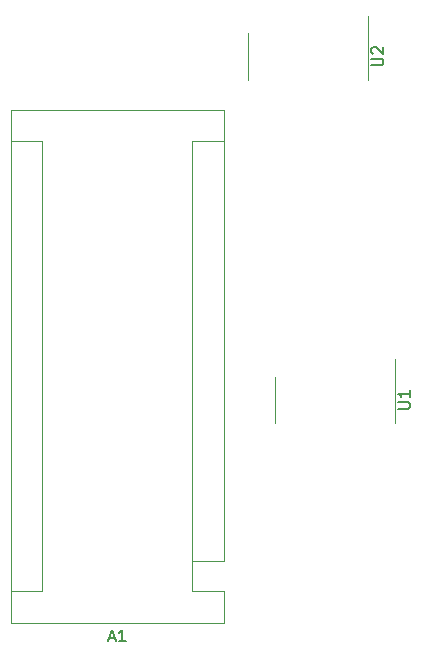
<source format=gbr>
%TF.GenerationSoftware,KiCad,Pcbnew,(6.0.7)*%
%TF.CreationDate,2022-11-17T10:47:32-05:00*%
%TF.ProjectId,double_layer_prototype,646f7562-6c65-45f6-9c61-7965725f7072,rev?*%
%TF.SameCoordinates,Original*%
%TF.FileFunction,Legend,Top*%
%TF.FilePolarity,Positive*%
%FSLAX46Y46*%
G04 Gerber Fmt 4.6, Leading zero omitted, Abs format (unit mm)*
G04 Created by KiCad (PCBNEW (6.0.7)) date 2022-11-17 10:47:32*
%MOMM*%
%LPD*%
G01*
G04 APERTURE LIST*
%ADD10C,0.150000*%
%ADD11C,0.120000*%
G04 APERTURE END LIST*
D10*
%TO.C,U1*%
X83889180Y-131571904D02*
X84698704Y-131571904D01*
X84793942Y-131524285D01*
X84841561Y-131476666D01*
X84889180Y-131381428D01*
X84889180Y-131190952D01*
X84841561Y-131095714D01*
X84793942Y-131048095D01*
X84698704Y-131000476D01*
X83889180Y-131000476D01*
X84889180Y-130000476D02*
X84889180Y-130571904D01*
X84889180Y-130286190D02*
X83889180Y-130286190D01*
X84032038Y-130381428D01*
X84127276Y-130476666D01*
X84174895Y-130571904D01*
%TO.C,U2*%
X81628580Y-102488904D02*
X82438104Y-102488904D01*
X82533342Y-102441285D01*
X82580961Y-102393666D01*
X82628580Y-102298428D01*
X82628580Y-102107952D01*
X82580961Y-102012714D01*
X82533342Y-101965095D01*
X82438104Y-101917476D01*
X81628580Y-101917476D01*
X81723819Y-101488904D02*
X81676200Y-101441285D01*
X81628580Y-101346047D01*
X81628580Y-101107952D01*
X81676200Y-101012714D01*
X81723819Y-100965095D01*
X81819057Y-100917476D01*
X81914295Y-100917476D01*
X82057152Y-100965095D01*
X82628580Y-101536523D01*
X82628580Y-100917476D01*
%TO.C,A1*%
X59397514Y-150966466D02*
X59873704Y-150966466D01*
X59302276Y-151252180D02*
X59635609Y-150252180D01*
X59968942Y-151252180D01*
X60826085Y-151252180D02*
X60254657Y-151252180D01*
X60540371Y-151252180D02*
X60540371Y-150252180D01*
X60445133Y-150395038D01*
X60349895Y-150490276D01*
X60254657Y-150537895D01*
D11*
%TO.C,U1*%
X83596800Y-130810000D02*
X83596800Y-127360000D01*
X83596800Y-130810000D02*
X83596800Y-132760000D01*
X73476800Y-130810000D02*
X73476800Y-128860000D01*
X73476800Y-130810000D02*
X73476800Y-132760000D01*
%TO.C,U2*%
X81336200Y-101727000D02*
X81336200Y-98277000D01*
X71216200Y-101727000D02*
X71216200Y-99777000D01*
X81336200Y-101727000D02*
X81336200Y-103677000D01*
X71216200Y-101727000D02*
X71216200Y-103677000D01*
%TO.C,A1*%
X66461800Y-144449800D02*
X66461800Y-146989800D01*
X69131800Y-144449800D02*
X69131800Y-106219800D01*
X53761800Y-146989800D02*
X51091800Y-146989800D01*
X53761800Y-108889800D02*
X51091800Y-108889800D01*
X66461800Y-146989800D02*
X69131800Y-146989800D01*
X66461800Y-108889800D02*
X69131800Y-108889800D01*
X51091800Y-106219800D02*
X51091800Y-149659800D01*
X66461800Y-144449800D02*
X66461800Y-108889800D01*
X66461800Y-144449800D02*
X69131800Y-144449800D01*
X69131800Y-106219800D02*
X51091800Y-106219800D01*
X69131800Y-149659800D02*
X69131800Y-146989800D01*
X53761800Y-146989800D02*
X53761800Y-108889800D01*
X51091800Y-149659800D02*
X69131800Y-149659800D01*
%TD*%
M02*

</source>
